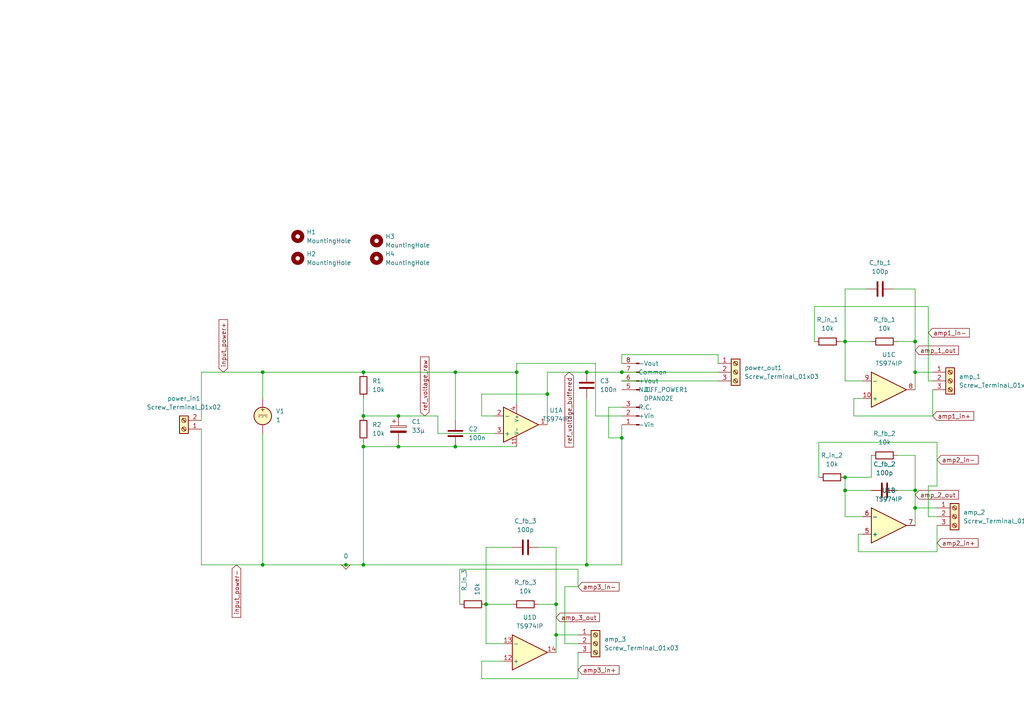
<source format=kicad_sch>
(kicad_sch (version 20230121) (generator eeschema)
  (paper "A4")
  (lib_symbols
    (symbol "Amplifier_Operational_AKL:TS974IP" (pin_names (offset 0.2))
      (property "Reference" "U" (at 1.27 7.62 0))
      (property "Value" "TS974IP" (at 1.27 5.08 0))
      (symbol "TS974IP_0_1"
        (polyline (pts (xy -3.81 5.08) (xy -3.81 -5.08) (xy 6.35 0) (xy -3.81 5.08)) (stroke (width 0.254)) (fill (type background)))
      )
      (symbol "TS974IP_1_1"
        (pin output line (at 8.89 0 180) (length 2.54) (name "~") (number "1"))
        (pin power_in line (at 0 -6.35 90) (length 3.18) (name "V-") (number "11"))
        (pin input line (at -6.35 2.54 0) (length 2.54) (name "-") (number "2"))
        (pin input line (at -6.35 -2.54 0) (length 2.54) (name "+") (number "3"))
        (pin power_in line (at 0 6.35 270) (length 3.18) (name "V+") (number "4"))
      )
      (symbol "TS974IP_2_1"
        (pin input line (at -6.35 -2.54 0) (length 2.54) (name "+") (number "5"))
        (pin input line (at -6.35 2.54 0) (length 2.54) (name "-") (number "6"))
        (pin output line (at 8.89 0 180) (length 2.54) (name "~") (number "7"))
      )
      (symbol "TS974IP_3_1"
        (pin input line (at -6.35 -2.54 0) (length 2.54) (name "+") (number "10"))
        (pin output line (at 8.89 0 180) (length 2.54) (name "~") (number "8"))
        (pin input line (at -6.35 2.54 0) (length 2.54) (name "-") (number "9"))
      )
      (symbol "TS974IP_4_1"
        (pin input line (at -6.35 -2.54 0) (length 2.54) (name "+") (number "12"))
        (pin input line (at -6.35 2.54 0) (length 2.54) (name "-") (number "13"))
        (pin output line (at 8.89 0 180) (length 2.54) (name "~") (number "14"))
      )
    )
    (symbol "Connector:Screw_Terminal_01x02" (pin_names (offset 1.016) hide)
      (property "Reference" "J" (at 0 2.54 0))
      (property "Value" "Screw_Terminal_01x02" (at 0 -5.08 0))
      (symbol "Screw_Terminal_01x02_1_1"
        (rectangle (start -1.27 1.27) (end 1.27 -3.81) (stroke (width 0.254)) (fill (type background)))
        (circle (center 0 -2.54) (radius 0.635) (stroke (width 0.1524)))
        (polyline (pts (xy -0.5334 -2.2098) (xy 0.3302 -3.048)) (stroke (width 0.1524)))
        (polyline (pts (xy -0.5334 0.3302) (xy 0.3302 -0.508)) (stroke (width 0.1524)))
        (polyline (pts (xy -0.3556 -2.032) (xy 0.508 -2.8702)) (stroke (width 0.1524)))
        (polyline (pts (xy -0.3556 0.508) (xy 0.508 -0.3302)) (stroke (width 0.1524)))
        (circle (center 0 0) (radius 0.635) (stroke (width 0.1524)))
        (pin passive line (at -5.08 0 0) (length 3.81) (name "Pin_1") (number "1"))
        (pin passive line (at -5.08 -2.54 0) (length 3.81) (name "Pin_2") (number "2"))
      )
    )
    (symbol "Connector:Screw_Terminal_01x03" (pin_names (offset 1.016) hide)
      (property "Reference" "J" (at 0 5.08 0))
      (property "Value" "Screw_Terminal_01x03" (at 0 -5.08 0))
      (symbol "Screw_Terminal_01x03_1_1"
        (rectangle (start -1.27 3.81) (end 1.27 -3.81) (stroke (width 0.254)) (fill (type background)))
        (circle (center 0 -2.54) (radius 0.635) (stroke (width 0.1524)))
        (polyline (pts (xy -0.5334 -2.2098) (xy 0.3302 -3.048)) (stroke (width 0.1524)))
        (polyline (pts (xy -0.5334 0.3302) (xy 0.3302 -0.508)) (stroke (width 0.1524)))
        (polyline (pts (xy -0.5334 2.8702) (xy 0.3302 2.032)) (stroke (width 0.1524)))
        (polyline (pts (xy -0.3556 -2.032) (xy 0.508 -2.8702)) (stroke (width 0.1524)))
        (polyline (pts (xy -0.3556 0.508) (xy 0.508 -0.3302)) (stroke (width 0.1524)))
        (polyline (pts (xy -0.3556 3.048) (xy 0.508 2.2098)) (stroke (width 0.1524)))
        (circle (center 0 0) (radius 0.635) (stroke (width 0.1524)))
        (circle (center 0 2.54) (radius 0.635) (stroke (width 0.1524)))
        (pin passive line (at -5.08 2.54 0) (length 3.81) (name "Pin_1") (number "1"))
        (pin passive line (at -5.08 0 0) (length 3.81) (name "Pin_2") (number "2"))
        (pin passive line (at -5.08 -2.54 0) (length 3.81) (name "Pin_3") (number "3"))
      )
    )
    (symbol "Device:C" (pin_numbers hide) (pin_names (offset 0.254))
      (property "Reference" "C" (at 0.635 2.54 0))
      (property "Value" "C" (at 0.635 -2.54 0))
      (symbol "C_0_1"
        (polyline (pts (xy -2.032 -0.762) (xy 2.032 -0.762)) (stroke (width 0.508)))
        (polyline (pts (xy -2.032 0.762) (xy 2.032 0.762)) (stroke (width 0.508)))
      )
      (symbol "C_1_1"
        (pin passive line (at 0 3.81 270) (length 2.794) (name "~") (number "1"))
        (pin passive line (at 0 -3.81 90) (length 2.794) (name "~") (number "2"))
      )
    )
    (symbol "Device:C_Polarized" (pin_numbers hide) (pin_names (offset 0.254))
      (property "Reference" "C" (at 0.635 2.54 0))
      (property "Value" "C_Polarized" (at 0.635 -2.54 0))
      (symbol "C_Polarized_0_1"
        (rectangle (start -2.286 0.508) (end 2.286 1.016))
        (polyline (pts (xy -1.778 2.286) (xy -0.762 2.286)))
        (polyline (pts (xy -1.27 2.794) (xy -1.27 1.778)))
        (rectangle (start 2.286 -0.508) (end -2.286 -1.016) (fill (type outline)))
      )
      (symbol "C_Polarized_1_1"
        (pin passive line (at 0 3.81 270) (length 2.794) (name "~") (number "1"))
        (pin passive line (at 0 -3.81 90) (length 2.794) (name "~") (number "2"))
      )
    )
    (symbol "Device:R" (pin_numbers hide) (pin_names (offset 0))
      (property "Reference" "R" (at 2.032 0 90))
      (property "Value" "R" (at 0 0 90))
      (symbol "R_0_1"
        (rectangle (start -1.016 -2.54) (end 1.016 2.54) (stroke (width 0.254)))
      )
      (symbol "R_1_1"
        (pin passive line (at 0 3.81 270) (length 1.27) (name "~") (number "1"))
        (pin passive line (at 0 -3.81 90) (length 1.27) (name "~") (number "2"))
      )
    )
    (symbol "Mechanical:MountingHole" (pin_names (offset 1.016))
      (property "Reference" "H" (at 0 5.08 0))
      (property "Value" "MountingHole" (at 0 3.175 0))
      (symbol "MountingHole_0_1"
        (circle (center 0 0) (radius 1.27) (stroke (width 1.27)))
      )
    )
    (symbol "Simulation_SPICE:0" (power) (pin_names (offset 0))
      (property "Value" "0" (at 0 -1.778 0))
      (symbol "0_0_1"
        (polyline (pts (xy -1.27 0) (xy 0 -1.27) (xy 1.27 0) (xy -1.27 0)))
      )
      (symbol "0_1_1"
        (pin power_in line (at 0 0 0) (length 0) hide (name "0") (number "1"))
      )
    )
    (symbol "Simulation_SPICE:VDC" (pin_numbers hide) (pin_names (offset 0.0254))
      (property "Reference" "V" (at 2.54 2.54 0))
      (property "Value" "1" (at 2.54 0 0))
      (symbol "VDC_0_0"
        (polyline (pts (xy -1.27 0.254) (xy 1.27 0.254)))
        (polyline (pts (xy -0.762 -0.254) (xy -1.27 -0.254)))
        (polyline (pts (xy 0.254 -0.254) (xy -0.254 -0.254)))
        (polyline (pts (xy 1.27 -0.254) (xy 0.762 -0.254)))
        (text "+" (at 0 1.905 0) (effects (font (size 1.27 1.27))))
      )
      (symbol "VDC_0_1"
        (circle (center 0 0) (radius 2.54) (stroke (width 0.254)) (fill (type background)))
      )
      (symbol "VDC_1_1"
        (pin passive line (at 0 5.08 270) (length 2.54) (name "~") (number "1"))
        (pin passive line (at 0 -5.08 90) (length 2.54) (name "~") (number "2"))
      )
    )
    (symbol "custom:meanwell_DPAN02E" (pin_names (offset 1.016))
      (property "Reference" "J" (at 0 10.16 0))
      (property "Value" "DPAN02E" (at 0 -12.7 0))
      (symbol "meanwell_DPAN02E_1_1"
        (polyline (pts (xy 1.27 -10.16) (xy 0.8636 -10.16)) (stroke (width 0.1524)))
        (polyline (pts (xy 1.27 -7.62) (xy 0.8636 -7.62)) (stroke (width 0.1524)))
        (polyline (pts (xy 1.27 -5.08) (xy 0.8636 -5.08)) (stroke (width 0.1524)))
        (polyline (pts (xy 1.27 -2.54) (xy 0.8636 -2.54)) (stroke (width 0.1524)))
        (polyline (pts (xy 1.27 2.54) (xy 0.8636 2.54)) (stroke (width 0.1524)))
        (polyline (pts (xy 1.27 5.08) (xy 0.8636 5.08)) (stroke (width 0.1524)))
        (polyline (pts (xy 1.27 7.62) (xy 0.8636 7.62)) (stroke (width 0.1524)))
        (rectangle (start 0.8636 -10.033) (end 0 -10.287) (stroke (width 0.1524)) (fill (type outline)))
        (rectangle (start 0.8636 -7.493) (end 0 -7.747) (stroke (width 0.1524)) (fill (type outline)))
        (rectangle (start 0.8636 -4.953) (end 0 -5.207) (stroke (width 0.1524)) (fill (type outline)))
        (rectangle (start 0.8636 -2.413) (end 0 -2.667) (stroke (width 0.1524)) (fill (type outline)))
        (rectangle (start 0.8636 2.667) (end 0 2.413) (stroke (width 0.1524)) (fill (type outline)))
        (rectangle (start 0.8636 5.207) (end 0 4.953) (stroke (width 0.1524)) (fill (type outline)))
        (rectangle (start 0.8636 7.747) (end 0 7.493) (stroke (width 0.1524)) (fill (type outline)))
        (pin power_in line (at 5.08 7.62 180) (length 3.81) (name "-Vin") (number "1"))
        (pin power_in line (at 5.08 5.08 180) (length 3.81) (name "+Vin") (number "2"))
        (pin input line (at 5.08 2.54 180) (length 3.81) (name "R.C.") (number "3"))
        (pin passive line (at 5.08 -2.54 180) (length 3.81) (name "N.C.") (number "5"))
        (pin power_out line (at 5.08 -5.08 180) (length 3.81) (name "+Vout") (number "6"))
        (pin bidirectional line (at 5.08 -7.62 180) (length 3.81) (name "Common") (number "7"))
        (pin power_out line (at 5.08 -10.16 180) (length 3.81) (name "-Vout") (number "8"))
      )
    )
  )
  (junction (at 105.41 129.54))
  (junction (at 132.08 129.54))
  (junction (at 105.41 107.95))
  (junction (at 245.11 142.24))
  (junction (at 265.43 147.32))
  (junction (at 105.41 120.65))
  (junction (at 115.57 120.65))
  (junction (at 180.34 107.95))
  (junction (at 180.34 127))
  (junction (at 170.18 107.95))
  (junction (at 140.97 175.26))
  (junction (at 149.86 107.95))
  (junction (at 161.29 184.15))
  (junction (at 161.29 175.26))
  (junction (at 115.57 129.54))
  (junction (at 245.11 99.06))
  (junction (at 265.43 99.06))
  (junction (at 105.41 163.83))
  (junction (at 170.18 163.83))
  (junction (at 132.08 107.95))
  (junction (at 265.43 142.24))
  (junction (at 76.2 163.83))
  (junction (at 245.11 138.43))
  (junction (at 100.33 163.83))
  (junction (at 76.2 107.95))
  (junction (at 158.75 114.3))
  (junction (at 265.43 107.95))
  (wire (pts (xy 208.28 102.87) (xy 208.28 105.41)))
  (wire (pts (xy 105.41 120.65) (xy 115.57 120.65)))
  (wire (pts (xy 140.97 175.26) (xy 148.59 175.26)))
  (wire (pts (xy 158.75 107.95) (xy 170.18 107.95)))
  (wire (pts (xy 247.65 120.65) (xy 247.65 115.57)))
  (wire (pts (xy 149.86 105.41) (xy 149.86 107.95)))
  (wire (pts (xy 58.42 163.83) (xy 58.42 124.46)))
  (wire (pts (xy 58.42 107.95) (xy 76.2 107.95)))
  (wire (pts (xy 245.11 138.43) (xy 245.11 142.24)))
  (wire (pts (xy 100.33 163.83) (xy 105.41 163.83)))
  (wire (pts (xy 161.29 175.26) (xy 156.21 175.26)))
  (wire (pts (xy 132.08 129.54) (xy 115.57 129.54)))
  (wire (pts (xy 245.11 83.82) (xy 251.46 83.82)))
  (wire (pts (xy 133.35 175.26) (xy 133.35 165.1)))
  (wire (pts (xy 161.29 184.15) (xy 167.64 184.15)))
  (wire (pts (xy 269.24 88.9) (xy 269.24 110.49)))
  (wire (pts (xy 105.41 128.27) (xy 105.41 129.54)))
  (wire (pts (xy 245.11 142.24) (xy 245.11 149.86)))
  (wire (pts (xy 133.35 165.1) (xy 167.64 165.1)))
  (wire (pts (xy 176.53 127) (xy 180.34 127)))
  (wire (pts (xy 167.64 196.85) (xy 139.7 196.85)))
  (wire (pts (xy 248.92 160.02) (xy 248.92 154.94)))
  (wire (pts (xy 139.7 196.85) (xy 139.7 191.77)))
  (wire (pts (xy 245.11 99.06) (xy 245.11 110.49)))
  (wire (pts (xy 149.86 116.84) (xy 149.86 107.95)))
  (wire (pts (xy 260.35 142.24) (xy 265.43 142.24)))
  (wire (pts (xy 180.34 118.11) (xy 176.53 118.11)))
  (wire (pts (xy 170.18 115.57) (xy 170.18 163.83)))
  (wire (pts (xy 76.2 107.95) (xy 76.2 115.57)))
  (wire (pts (xy 172.72 105.41) (xy 172.72 120.65)))
  (wire (pts (xy 156.21 158.75) (xy 161.29 158.75)))
  (wire (pts (xy 140.97 175.26) (xy 140.97 186.69)))
  (wire (pts (xy 180.34 110.49) (xy 208.28 110.49)))
  (wire (pts (xy 265.43 147.32) (xy 271.78 147.32)))
  (wire (pts (xy 105.41 129.54) (xy 105.41 163.83)))
  (wire (pts (xy 265.43 107.95) (xy 265.43 113.03)))
  (wire (pts (xy 265.43 107.95) (xy 270.51 107.95)))
  (wire (pts (xy 139.7 191.77) (xy 146.05 191.77)))
  (wire (pts (xy 271.78 128.27) (xy 271.78 140.97)))
  (wire (pts (xy 163.83 186.69) (xy 167.64 186.69)))
  (wire (pts (xy 270.51 110.49) (xy 269.24 110.49)))
  (wire (pts (xy 170.18 163.83) (xy 180.34 163.83)))
  (wire (pts (xy 180.34 107.95) (xy 208.28 107.95)))
  (wire (pts (xy 161.29 184.15) (xy 161.29 189.23)))
  (wire (pts (xy 105.41 115.57) (xy 105.41 120.65)))
  (wire (pts (xy 167.64 189.23) (xy 167.64 196.85)))
  (wire (pts (xy 265.43 99.06) (xy 265.43 107.95)))
  (wire (pts (xy 105.41 107.95) (xy 76.2 107.95)))
  (wire (pts (xy 237.49 138.43) (xy 237.49 128.27)))
  (wire (pts (xy 180.34 102.87) (xy 208.28 102.87)))
  (wire (pts (xy 245.11 149.86) (xy 250.19 149.86)))
  (wire (pts (xy 58.42 121.92) (xy 58.42 107.95)))
  (wire (pts (xy 271.78 152.4) (xy 271.78 160.02)))
  (wire (pts (xy 140.97 158.75) (xy 148.59 158.75)))
  (wire (pts (xy 115.57 128.27) (xy 115.57 129.54)))
  (wire (pts (xy 247.65 115.57) (xy 250.19 115.57)))
  (wire (pts (xy 180.34 127) (xy 180.34 123.19)))
  (wire (pts (xy 140.97 175.26) (xy 140.97 158.75)))
  (wire (pts (xy 270.51 120.65) (xy 247.65 120.65)))
  (wire (pts (xy 132.08 107.95) (xy 149.86 107.95)))
  (wire (pts (xy 265.43 132.08) (xy 265.43 142.24)))
  (wire (pts (xy 252.73 132.08) (xy 252.73 138.43)))
  (wire (pts (xy 139.7 120.65) (xy 143.51 120.65)))
  (wire (pts (xy 236.22 88.9) (xy 269.24 88.9)))
  (wire (pts (xy 140.97 186.69) (xy 146.05 186.69)))
  (wire (pts (xy 265.43 99.06) (xy 265.43 83.82)))
  (wire (pts (xy 158.75 114.3) (xy 139.7 114.3)))
  (wire (pts (xy 245.11 142.24) (xy 252.73 142.24)))
  (wire (pts (xy 163.83 170.18) (xy 163.83 186.69)))
  (wire (pts (xy 269.24 140.97) (xy 269.24 149.86)))
  (wire (pts (xy 176.53 118.11) (xy 176.53 127)))
  (wire (pts (xy 180.34 105.41) (xy 180.34 102.87)))
  (wire (pts (xy 161.29 158.75) (xy 161.29 175.26)))
  (wire (pts (xy 127 125.73) (xy 127 120.65)))
  (wire (pts (xy 115.57 129.54) (xy 105.41 129.54)))
  (wire (pts (xy 252.73 138.43) (xy 245.11 138.43)))
  (wire (pts (xy 76.2 163.83) (xy 58.42 163.83)))
  (wire (pts (xy 265.43 132.08) (xy 260.35 132.08)))
  (wire (pts (xy 269.24 149.86) (xy 271.78 149.86)))
  (wire (pts (xy 271.78 140.97) (xy 269.24 140.97)))
  (wire (pts (xy 245.11 99.06) (xy 245.11 83.82)))
  (wire (pts (xy 158.75 107.95) (xy 158.75 114.3)))
  (wire (pts (xy 149.86 105.41) (xy 172.72 105.41)))
  (wire (pts (xy 265.43 142.24) (xy 265.43 147.32)))
  (wire (pts (xy 105.41 107.95) (xy 132.08 107.95)))
  (wire (pts (xy 158.75 123.19) (xy 158.75 114.3)))
  (wire (pts (xy 245.11 99.06) (xy 252.73 99.06)))
  (wire (pts (xy 149.86 129.54) (xy 132.08 129.54)))
  (wire (pts (xy 180.34 163.83) (xy 180.34 127)))
  (wire (pts (xy 161.29 175.26) (xy 161.29 184.15)))
  (wire (pts (xy 105.41 163.83) (xy 170.18 163.83)))
  (wire (pts (xy 243.84 99.06) (xy 245.11 99.06)))
  (wire (pts (xy 270.51 113.03) (xy 270.51 120.65)))
  (wire (pts (xy 248.92 154.94) (xy 250.19 154.94)))
  (wire (pts (xy 167.64 170.18) (xy 163.83 170.18)))
  (wire (pts (xy 236.22 99.06) (xy 236.22 88.9)))
  (wire (pts (xy 76.2 163.83) (xy 100.33 163.83)))
  (wire (pts (xy 127 120.65) (xy 115.57 120.65)))
  (wire (pts (xy 265.43 83.82) (xy 259.08 83.82)))
  (wire (pts (xy 139.7 114.3) (xy 139.7 120.65)))
  (wire (pts (xy 245.11 110.49) (xy 250.19 110.49)))
  (wire (pts (xy 271.78 160.02) (xy 248.92 160.02)))
  (wire (pts (xy 172.72 120.65) (xy 180.34 120.65)))
  (wire (pts (xy 167.64 165.1) (xy 167.64 170.18)))
  (wire (pts (xy 237.49 128.27) (xy 271.78 128.27)))
  (wire (pts (xy 265.43 99.06) (xy 260.35 99.06)))
  (wire (pts (xy 170.18 107.95) (xy 180.34 107.95)))
  (wire (pts (xy 143.51 125.73) (xy 127 125.73)))
  (wire (pts (xy 76.2 125.73) (xy 76.2 163.83)))
  (wire (pts (xy 132.08 107.95) (xy 132.08 121.92)))
  (wire (pts (xy 265.43 147.32) (xy 265.43 152.4)))
  (global_label "amp_2_out" (shape input) (at 265.43 143.51 0) (property "Intersheetrefs" "${INTERSHEET_REFS}" (effects hide)))
  (global_label "amp_3_out" (shape input) (at 161.29 179.07 0) (property "Intersheetrefs" "${INTERSHEET_REFS}" (effects hide)))
  (global_label "amp_1_out" (shape input) (at 265.43 101.6 0) (property "Intersheetrefs" "${INTERSHEET_REFS}" (effects hide)))
  (global_label "amp1_in+" (shape input) (at 270.51 120.65 0) (property "Intersheetrefs" "${INTERSHEET_REFS}" (effects hide)))
  (global_label "amp2_in+" (shape input) (at 271.78 157.48 0) (property "Intersheetrefs" "${INTERSHEET_REFS}" (effects hide)))
  (global_label "amp1_in-" (shape input) (at 269.24 96.52 0) (property "Intersheetrefs" "${INTERSHEET_REFS}" (effects hide)))
  (global_label "amp2_in-" (shape input) (at 271.78 133.35 0) (property "Intersheetrefs" "${INTERSHEET_REFS}" (effects hide)))
  (global_label "ref_voltage_raw" (shape input) (at 123.19 120.65 90) (property "Intersheetrefs" "${INTERSHEET_REFS}" (effects hide)))
  (global_label "amp3_in-" (shape input) (at 167.64 170.18 0) (property "Intersheetrefs" "${INTERSHEET_REFS}" (effects hide)))
  (global_label "input_power+" (shape input) (at 64.77 107.95 90) (property "Intersheetrefs" "${INTERSHEET_REFS}" (effects hide)))
  (global_label "ref_voltage_buffered" (shape input) (at 165.1 107.95 270) (property "Intersheetrefs" "${INTERSHEET_REFS}" (effects hide)))
  (global_label "amp3_in+" (shape input) (at 167.64 194.31 0) (property "Intersheetrefs" "${INTERSHEET_REFS}" (effects hide)))
  (global_label "input_power-" (shape input) (at 68.58 163.83 270) (property "Intersheetrefs" "${INTERSHEET_REFS}" (effects hide)))
  (symbol (lib_id "Device:C_Polarized") (at 115.57 124.46 0) (unit 1)
    (property "Reference" "C1" (at 119.38 122.301 0) (effects (justify left)))
    (property "Value" "33µ" (at 119.38 124.841 0) (effects (justify left)))
    (property "Footprint" "Capacitor_THT:CP_Radial_D5.0mm_P2.00mm" (effects hide))
  )
  (symbol (lib_id "Connector:Screw_Terminal_01x03") (at 276.86 149.86 0) (unit 1)
    (property "Reference" "amp_2" (at 279.4 148.59 0) (effects (justify left)))
    (property "Value" "Screw_Terminal_01x03" (at 279.4 151.13 0) (effects (justify left)))
    (property "Footprint" "TerminalBlock_MetzConnect:TerminalBlock_MetzConnect_Type101_RT01603HBWC_1x03_P5.08mm_Horizontal" (effects hide))
  )
  (symbol (lib_id "Device:R") (at 256.54 132.08 90) (unit 1)
    (property "Reference" "R_fb_2" (at 256.54 125.73 90))
    (property "Value" "10k" (at 256.54 128.27 90))
    (property "Footprint" "Resistor_THT:R_Axial_DIN0207_L6.3mm_D2.5mm_P10.16mm_Horizontal" (effects hide))
  )
  (symbol (lib_id "Connector:Screw_Terminal_01x03") (at 172.72 186.69 0) (unit 1)
    (property "Reference" "amp_3" (at 175.26 185.42 0) (effects (justify left)))
    (property "Value" "Screw_Terminal_01x03" (at 175.26 187.96 0) (effects (justify left)))
    (property "Footprint" "TerminalBlock_MetzConnect:TerminalBlock_MetzConnect_Type101_RT01603HBWC_1x03_P5.08mm_Horizontal" (effects hide))
  )
  (symbol (lib_id "Device:R") (at 256.54 99.06 90) (unit 1)
    (property "Reference" "R_fb_1" (at 256.54 92.71 90))
    (property "Value" "10k" (at 256.54 95.25 90))
    (property "Footprint" "Resistor_THT:R_Axial_DIN0207_L6.3mm_D2.5mm_P10.16mm_Horizontal" (effects hide))
  )
  (symbol (lib_id "Device:R") (at 241.3 138.43 90) (unit 1)
    (property "Reference" "R_in_2" (at 241.3 132.08 90))
    (property "Value" "10k" (at 241.3 134.62 90))
    (property "Footprint" "Resistor_THT:R_Axial_DIN0207_L6.3mm_D2.5mm_P10.16mm_Horizontal" (effects hide))
  )
  (symbol (lib_id "Amplifier_Operational_AKL:TS974IP") (at 256.54 152.4 0) (unit 2)
    (property "Reference" "U1" (at 257.81 142.24 0))
    (property "Value" "TS974IP" (at 257.81 144.78 0))
    (property "Footprint" "Package_DIP:DIP-14_W7.62mm" (effects hide))
    (property "Datasheet" "https://www.st.com/resource/en/datasheet/ts971.pdf" (effects hide))
  )
  (symbol (lib_id "Simulation_SPICE:VDC") (at 76.2 120.65 0) (unit 1)
    (property "Reference" "V1" (at 80.01 119.2502 0) (effects (justify left)))
    (property "Value" "1" (at 80.01 121.7902 0) (effects (justify left)))
    (property "Sim.Pins" "1=+ 2=-" (effects hide))
    (property "Sim.Type" "DC" (effects hide))
    (property "Sim.Device" "V" (effects hide))
  )
  (symbol (lib_id "Device:R") (at 105.41 111.76 0) (unit 1)
    (property "Reference" "R1" (at 107.95 110.49 0) (effects (justify left)))
    (property "Value" "10k" (at 107.95 113.03 0) (effects (justify left)))
    (property "Footprint" "Resistor_THT:R_Axial_DIN0207_L6.3mm_D2.5mm_P10.16mm_Horizontal" (effects hide))
  )
  (symbol (lib_id "Device:C") (at 132.08 125.73 0) (unit 1)
    (property "Reference" "C2" (at 135.89 124.46 0) (effects (justify left)))
    (property "Value" "100n" (at 135.89 127 0) (effects (justify left)))
    (property "Footprint" "Capacitor_THT:C_Disc_D5.0mm_W2.5mm_P2.50mm" (effects hide))
  )
  (symbol (lib_id "Mechanical:MountingHole") (at 86.36 74.93 0) (unit 1)
    (property "Reference" "H2" (at 88.9 73.66 0) (effects (justify left)))
    (property "Value" "MountingHole" (at 88.9 76.2 0) (effects (justify left)))
    (property "Footprint" "MountingHole:MountingHole_3.2mm_M3_DIN965" (effects hide))
  )
  (symbol (lib_id "Device:C") (at 256.54 142.24 90) (unit 1)
    (property "Reference" "C_fb_2" (at 256.54 134.62 90))
    (property "Value" "100p" (at 256.54 137.16 90))
    (property "Footprint" "Capacitor_THT:C_Disc_D5.0mm_W2.5mm_P5.00mm" (effects hide))
  )
  (symbol (lib_id "Device:C") (at 170.18 111.76 0) (unit 1)
    (property "Reference" "C3" (at 173.99 110.49 0) (effects (justify left)))
    (property "Value" "100n" (at 173.99 113.03 0) (effects (justify left)))
    (property "Footprint" "Capacitor_THT:C_Disc_D5.0mm_W2.5mm_P2.50mm" (effects hide))
  )
  (symbol (lib_id "Device:R") (at 105.41 124.46 0) (unit 1)
    (property "Reference" "R2" (at 107.95 123.19 0) (effects (justify left)))
    (property "Value" "10k" (at 107.95 125.73 0) (effects (justify left)))
    (property "Footprint" "Resistor_THT:R_Axial_DIN0207_L6.3mm_D2.5mm_P10.16mm_Horizontal" (effects hide))
  )
  (symbol (lib_id "Device:R") (at 152.4 175.26 90) (unit 1)
    (property "Reference" "R_fb_3" (at 152.4 168.91 90))
    (property "Value" "10k" (at 152.4 171.45 90))
    (property "Footprint" "Resistor_THT:R_Axial_DIN0207_L6.3mm_D2.5mm_P10.16mm_Horizontal" (effects hide))
  )
  (symbol (lib_id "Amplifier_Operational_AKL:TS974IP") (at 149.86 123.19 0) (unit 1)
    (property "Reference" "U1" (at 161.29 118.9991 0))
    (property "Value" "TS974IP" (at 161.29 121.5391 0))
    (property "Footprint" "Package_DIP:DIP-14_W7.62mm" (effects hide))
    (property "Datasheet" "https://www.st.com/resource/en/datasheet/ts971.pdf" (effects hide))
  )
  (symbol (lib_id "Simulation_SPICE:0") (at 100.33 163.83 0) (unit 1)
    (property "Reference" "#GND01" (effects hide))
    (property "Value" "0" (at 100.33 161.29 0))
  )
  (symbol (lib_id "Connector:Screw_Terminal_01x03") (at 213.36 107.95 0) (unit 1)
    (property "Reference" "power_out1" (at 215.9 106.68 0) (effects (justify left)))
    (property "Value" "Screw_Terminal_01x03" (at 215.9 109.22 0) (effects (justify left)))
    (property "Footprint" "TerminalBlock_MetzConnect:TerminalBlock_MetzConnect_Type101_RT01603HBWC_1x03_P5.08mm_Horizontal" (effects hide))
  )
  (symbol (lib_id "Mechanical:MountingHole") (at 86.36 68.58 0) (unit 1)
    (property "Reference" "H1" (at 88.9 67.31 0) (effects (justify left)))
    (property "Value" "MountingHole" (at 88.9 69.85 0) (effects (justify left)))
    (property "Footprint" "MountingHole:MountingHole_3.2mm_M3_DIN965" (effects hide))
  )
  (symbol (lib_id "Mechanical:MountingHole") (at 109.22 74.93 0) (unit 1)
    (property "Reference" "H4" (at 111.76 73.66 0) (effects (justify left)))
    (property "Value" "MountingHole" (at 111.76 76.2 0) (effects (justify left)))
    (property "Footprint" "MountingHole:MountingHole_3.2mm_M3_DIN965" (effects hide))
  )
  (symbol (lib_id "Amplifier_Operational_AKL:TS974IP") (at 256.54 113.03 0) (unit 3)
    (property "Reference" "U1" (at 257.81 102.87 0))
    (property "Value" "TS974IP" (at 257.81 105.41 0))
    (property "Footprint" "Package_DIP:DIP-14_W7.62mm" (effects hide))
    (property "Datasheet" "https://www.st.com/resource/en/datasheet/ts971.pdf" (effects hide))
  )
  (symbol (lib_id "custom:meanwell_DPAN02E") (at 185.42 115.57 180) (unit 1)
    (property "Reference" "DIFF_POWER1" (at 186.69 113.03 0) (effects (justify right)))
    (property "Value" "DPAN02E" (at 186.69 115.57 0) (effects (justify right)))
    (property "Footprint" "Package_SIP:SIP-8_19x3mm_P2.54mm" (effects hide))
    (property "Sim.Enable" "0" (effects hide))
  )
  (symbol (lib_id "Amplifier_Operational_AKL:TS974IP") (at 152.4 189.23 0) (unit 4)
    (property "Reference" "U1" (at 153.67 179.07 0))
    (property "Value" "TS974IP" (at 153.67 181.61 0))
    (property "Footprint" "Package_DIP:DIP-14_W7.62mm" (effects hide))
    (property "Datasheet" "https://www.st.com/resource/en/datasheet/ts971.pdf" (effects hide))
  )
  (symbol (lib_id "Device:R") (at 137.16 175.26 90) (unit 1)
    (property "Reference" "R_in_3" (at 134.62 171.45 0) (effects (justify left)))
    (property "Value" "10k" (at 138.43 172.72 0) (effects (justify left)))
    (property "Footprint" "Resistor_THT:R_Axial_DIN0207_L6.3mm_D2.5mm_P10.16mm_Horizontal" (effects hide))
  )
  (symbol (lib_id "Device:C") (at 255.27 83.82 90) (unit 1)
    (property "Reference" "C_fb_1" (at 255.27 76.2 90))
    (property "Value" "100p" (at 255.27 78.74 90))
    (property "Footprint" "Capacitor_THT:C_Disc_D5.0mm_W2.5mm_P5.00mm" (effects hide))
  )
  (symbol (lib_id "Device:C") (at 152.4 158.75 90) (unit 1)
    (property "Reference" "C_fb_3" (at 152.4 151.13 90))
    (property "Value" "100p" (at 152.4 153.67 90))
    (property "Footprint" "Capacitor_THT:C_Disc_D5.0mm_W2.5mm_P5.00mm" (effects hide))
  )
  (symbol (lib_id "Connector:Screw_Terminal_01x02") (at 53.34 124.46 180) (unit 1)
    (property "Reference" "power_in1" (at 53.34 115.57 0))
    (property "Value" "Screw_Terminal_01x02" (at 53.34 118.11 0))
    (property "Footprint" "TerminalBlock_MetzConnect:TerminalBlock_MetzConnect_Type101_RT01602HBWC_1x02_P5.08mm_Horizontal" (effects hide))
  )
  (symbol (lib_id "Connector:Screw_Terminal_01x03") (at 275.59 110.49 0) (unit 1)
    (property "Reference" "amp_1" (at 278.13 109.22 0) (effects (justify left)))
    (property "Value" "Screw_Terminal_01x03" (at 278.13 111.76 0) (effects (justify left)))
    (property "Footprint" "TerminalBlock_MetzConnect:TerminalBlock_MetzConnect_Type101_RT01603HBWC_1x03_P5.08mm_Horizontal" (effects hide))
  )
  (symbol (lib_id "Mechanical:MountingHole") (at 109.22 69.85 0) (unit 1)
    (property "Reference" "H3" (at 111.76 68.58 0) (effects (justify left)))
    (property "Value" "MountingHole" (at 111.76 71.12 0) (effects (justify left)))
    (property "Footprint" "MountingHole:MountingHole_3.2mm_M3_DIN965" (effects hide))
  )
  (symbol (lib_id "Device:R") (at 240.03 99.06 90) (unit 1)
    (property "Reference" "R_in_1" (at 240.03 92.71 90))
    (property "Value" "10k" (at 240.03 95.25 90))
    (property "Footprint" "Resistor_THT:R_Axial_DIN0207_L6.3mm_D2.5mm_P10.16mm_Horizontal" (effects hide))
  )
)
</source>
